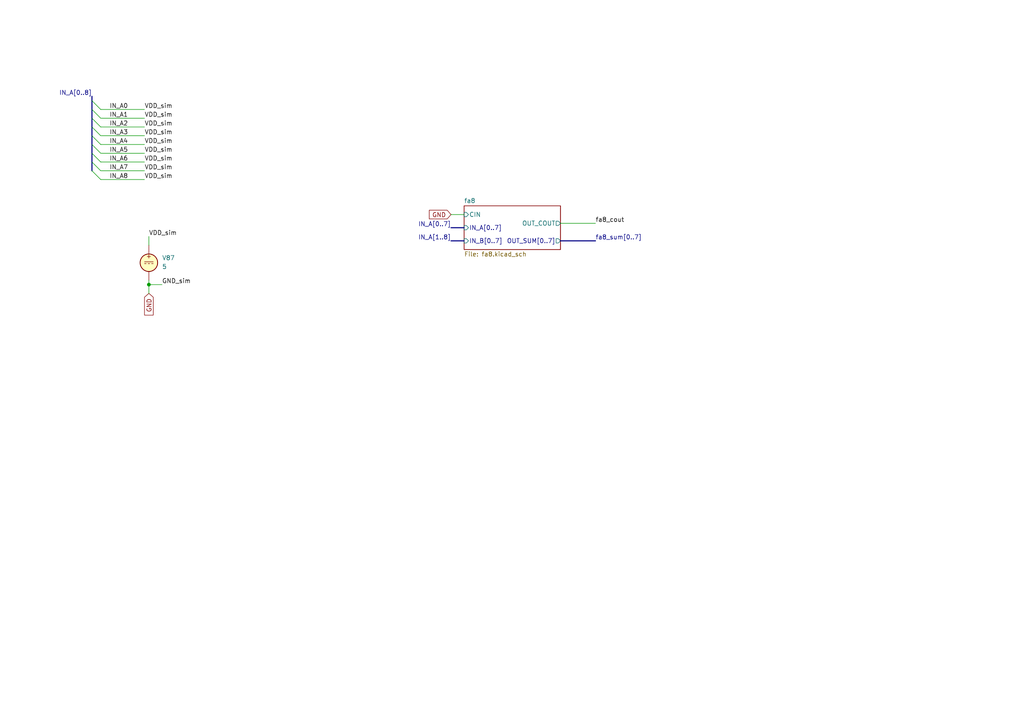
<source format=kicad_sch>
(kicad_sch (version 20250114) (generator "eeschema") (generator_version "9.0")
  (paper "A4")
  (lib_symbols
    (symbol "Simulation_SPICE:VDC" (pin_numbers (hide yes)) (pin_names (offset 0.0254))
      (property "Reference" "V" (at 2.54 2.54 0))
      (property "Value" "1" (at 2.54 0 0))
      (symbol "VDC_0_0"
        (polyline (pts (xy -1.27 0.254) (xy 1.27 0.254)))
        (polyline (pts (xy -0.762 -0.254) (xy -1.27 -0.254)))
        (polyline (pts (xy 0.254 -0.254) (xy -0.254 -0.254)))
        (polyline (pts (xy 1.27 -0.254) (xy 0.762 -0.254)))
        (text "+" (at 0 1.905 0) (effects (font (size 1.27 1.27))))
      )
      (symbol "VDC_0_1"
        (circle (center 0 0) (radius 2.54) (stroke (width 0.254)) (fill (type background)))
      )
      (symbol "VDC_1_1"
        (pin passive line (at 0 5.08 270) (length 2.54) (name "~") (number "1"))
        (pin passive line (at 0 -5.08 90) (length 2.54) (name "~") (number "2"))
      )
    )
  )
  (junction (at 43.18 82.55))
  (bus_entry (at 26.67 46.99) (size 2.54 2.54))
  (bus_entry (at 26.67 49.53) (size 2.54 2.54))
  (bus_entry (at 26.67 44.45) (size 2.54 2.54))
  (bus_entry (at 26.67 34.29) (size 2.54 2.54))
  (bus_entry (at 26.67 41.91) (size 2.54 2.54))
  (bus_entry (at 26.67 39.37) (size 2.54 2.54))
  (bus_entry (at 26.67 36.83) (size 2.54 2.54))
  (bus_entry (at 26.67 31.75) (size 2.54 2.54))
  (bus_entry (at 26.67 29.21) (size 2.54 2.54))
  (wire (pts (xy 29.21 31.75) (xy 41.91 31.75)))
  (wire (pts (xy 29.21 52.07) (xy 41.91 52.07)))
  (bus (pts (xy 26.67 27.94) (xy 26.67 29.21)))
  (wire (pts (xy 43.18 68.58) (xy 43.18 71.12)))
  (wire (pts (xy 29.21 46.99) (xy 41.91 46.99)))
  (wire (pts (xy 29.21 49.53) (xy 41.91 49.53)))
  (bus (pts (xy 162.56 69.85) (xy 172.72 69.85)))
  (wire (pts (xy 29.21 34.29) (xy 41.91 34.29)))
  (bus (pts (xy 26.67 29.21) (xy 26.67 31.75)))
  (wire (pts (xy 43.18 82.55) (xy 46.99 82.55)))
  (bus (pts (xy 26.67 39.37) (xy 26.67 41.91)))
  (wire (pts (xy 29.21 41.91) (xy 41.91 41.91)))
  (bus (pts (xy 26.67 31.75) (xy 26.67 34.29)))
  (bus (pts (xy 26.67 44.45) (xy 26.67 46.99)))
  (bus (pts (xy 26.67 41.91) (xy 26.67 44.45)))
  (wire (pts (xy 29.21 44.45) (xy 41.91 44.45)))
  (bus (pts (xy 26.67 36.83) (xy 26.67 39.37)))
  (bus (pts (xy 130.81 69.85) (xy 134.62 69.85)))
  (bus (pts (xy 130.81 66.04) (xy 134.62 66.04)))
  (wire (pts (xy 162.56 64.77) (xy 172.72 64.77)))
  (wire (pts (xy 130.81 62.23) (xy 134.62 62.23)))
  (bus (pts (xy 26.67 46.99) (xy 26.67 49.53)))
  (wire (pts (xy 29.21 36.83) (xy 41.91 36.83)))
  (wire (pts (xy 43.18 81.28) (xy 43.18 82.55)))
  (wire (pts (xy 29.21 39.37) (xy 41.91 39.37)))
  (bus (pts (xy 26.67 34.29) (xy 26.67 36.83)))
  (wire (pts (xy 43.18 82.55) (xy 43.18 85.09)))
  (label "IN_A7" (at 31.75 49.53 0))
  (label "IN_A3" (at 31.75 39.37 0))
  (label "IN_A6" (at 31.75 46.99 0))
  (label "IN_A[0..7]" (at 130.81 66.04 180))
  (label "VDD_sim" (at 41.91 39.37 0))
  (label "IN_A4" (at 31.75 41.91 0))
  (label "VDD_sim" (at 41.91 34.29 0))
  (label "IN_A[1..8]" (at 130.81 69.85 180))
  (label "VDD_sim" (at 41.91 49.53 0))
  (label "IN_A5" (at 31.75 44.45 0))
  (label "GND_sim" (at 46.99 82.55 0))
  (label "fa8_sum[0..7]" (at 172.72 69.85 0))
  (label "IN_A2" (at 31.75 36.83 0))
  (label "IN_A8" (at 31.75 52.07 0))
  (label "fa8_cout" (at 172.72 64.77 0))
  (label "IN_A[0..8]" (at 26.67 27.94 180))
  (label "VDD_sim" (at 43.18 68.58 0))
  (label "VDD_sim" (at 41.91 46.99 0))
  (label "IN_A0" (at 31.75 31.75 0))
  (label "VDD_sim" (at 41.91 44.45 0))
  (label "VDD_sim" (at 41.91 52.07 0))
  (label "VDD_sim" (at 41.91 31.75 0))
  (label "VDD_sim" (at 41.91 41.91 0))
  (label "VDD_sim" (at 41.91 36.83 0))
  (label "IN_A1" (at 31.75 34.29 0))
  (global_label "GND" (shape input) (at 43.18 85.09 270) (property "Intersheetrefs" "${INTERSHEET_REFS}" (effects (hide yes))))
  (global_label "GND" (shape input) (at 130.81 62.23 180) (property "Intersheetrefs" "${INTERSHEET_REFS}" (effects (hide yes))))
  (symbol (lib_id "Simulation_SPICE:VDC") (at 43.18 76.2 0) (unit 1)
    (property "Reference" "V87" (at 46.99 74.8001 0) (effects (justify left)))
    (property "Value" "5" (at 46.99 77.3401 0) (effects (justify left)))
    (property "Datasheet" "https://ngspice.sourceforge.io/docs/ngspice-html-manual/manual.xhtml#sec_Independent_Sources_for" (effects (hide yes)))
    (property "Description" "Voltage source, DC" (effects (hide yes)))
    (property "Sim.Pins" "1=+ 2=-" (effects (hide yes)))
    (property "Sim.Type" "DC" (effects (hide yes)))
    (property "Sim.Device" "V" (effects (hide yes)))
  )
  (sheet (at 134.62 59.69) (size 27.94 12.7) (stroke (width 0.1524))
    (property "Sheetname" "fa8" (at 134.62 58.9784 0) (effects (justify left bottom)))
    (property "Sheetfile" "fa8.kicad_sch" (at 134.62 72.9746 0) (effects (justify left top)))
    (pin "CIN" input (at 134.62 62.23 180))
    (pin "IN_A[0..7]" input (at 134.62 66.04 180))
    (pin "IN_B[0..7]" input (at 134.62 69.85 180))
    (pin "OUT_COUT" output (at 162.56 64.77 0))
    (pin "OUT_SUM[0..7]" output (at 162.56 69.85 0))
  )
)
</source>
